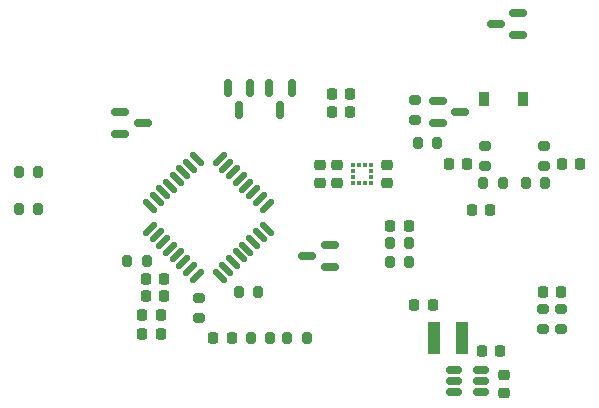
<source format=gbr>
%TF.GenerationSoftware,KiCad,Pcbnew,6.0.2-1.fc35*%
%TF.CreationDate,2022-04-20T21:26:53+02:00*%
%TF.ProjectId,LEDnode,4c45446e-6f64-4652-9e6b-696361645f70,rev?*%
%TF.SameCoordinates,Original*%
%TF.FileFunction,Paste,Bot*%
%TF.FilePolarity,Positive*%
%FSLAX46Y46*%
G04 Gerber Fmt 4.6, Leading zero omitted, Abs format (unit mm)*
G04 Created by KiCad (PCBNEW 6.0.2-1.fc35) date 2022-04-20 21:26:53*
%MOMM*%
%LPD*%
G01*
G04 APERTURE LIST*
G04 Aperture macros list*
%AMRoundRect*
0 Rectangle with rounded corners*
0 $1 Rounding radius*
0 $2 $3 $4 $5 $6 $7 $8 $9 X,Y pos of 4 corners*
0 Add a 4 corners polygon primitive as box body*
4,1,4,$2,$3,$4,$5,$6,$7,$8,$9,$2,$3,0*
0 Add four circle primitives for the rounded corners*
1,1,$1+$1,$2,$3*
1,1,$1+$1,$4,$5*
1,1,$1+$1,$6,$7*
1,1,$1+$1,$8,$9*
0 Add four rect primitives between the rounded corners*
20,1,$1+$1,$2,$3,$4,$5,0*
20,1,$1+$1,$4,$5,$6,$7,0*
20,1,$1+$1,$6,$7,$8,$9,0*
20,1,$1+$1,$8,$9,$2,$3,0*%
G04 Aperture macros list end*
%ADD10RoundRect,0.200000X0.275000X-0.200000X0.275000X0.200000X-0.275000X0.200000X-0.275000X-0.200000X0*%
%ADD11RoundRect,0.225000X0.225000X0.250000X-0.225000X0.250000X-0.225000X-0.250000X0.225000X-0.250000X0*%
%ADD12RoundRect,0.150000X0.587500X0.150000X-0.587500X0.150000X-0.587500X-0.150000X0.587500X-0.150000X0*%
%ADD13RoundRect,0.150000X-0.587500X-0.150000X0.587500X-0.150000X0.587500X0.150000X-0.587500X0.150000X0*%
%ADD14RoundRect,0.225000X-0.225000X-0.250000X0.225000X-0.250000X0.225000X0.250000X-0.225000X0.250000X0*%
%ADD15RoundRect,0.150000X-0.150000X0.587500X-0.150000X-0.587500X0.150000X-0.587500X0.150000X0.587500X0*%
%ADD16RoundRect,0.225000X0.250000X-0.225000X0.250000X0.225000X-0.250000X0.225000X-0.250000X-0.225000X0*%
%ADD17RoundRect,0.200000X-0.200000X-0.275000X0.200000X-0.275000X0.200000X0.275000X-0.200000X0.275000X0*%
%ADD18RoundRect,0.225000X-0.250000X0.225000X-0.250000X-0.225000X0.250000X-0.225000X0.250000X0.225000X0*%
%ADD19RoundRect,0.200000X0.200000X0.275000X-0.200000X0.275000X-0.200000X-0.275000X0.200000X-0.275000X0*%
%ADD20RoundRect,0.150000X0.512500X0.150000X-0.512500X0.150000X-0.512500X-0.150000X0.512500X-0.150000X0*%
%ADD21R,0.375000X0.350000*%
%ADD22R,0.350000X0.375000*%
%ADD23R,0.900000X1.200000*%
%ADD24R,1.000000X2.750000*%
%ADD25RoundRect,0.125000X-0.353553X-0.530330X0.530330X0.353553X0.353553X0.530330X-0.530330X-0.353553X0*%
%ADD26RoundRect,0.125000X0.353553X-0.530330X0.530330X-0.353553X-0.353553X0.530330X-0.530330X0.353553X0*%
G04 APERTURE END LIST*
D10*
%TO.C,R10*%
X125500000Y-82925000D03*
X125500000Y-81275000D03*
%TD*%
D11*
%TO.C,C7*%
X93375000Y-94000000D03*
X91825000Y-94000000D03*
%TD*%
%TO.C,C8*%
X93075000Y-97200000D03*
X91525000Y-97200000D03*
%TD*%
D12*
%TO.C,Q5*%
X123300000Y-70000000D03*
X123300000Y-71900000D03*
X121425000Y-70950000D03*
%TD*%
D11*
%TO.C,C6*%
X93375000Y-92500000D03*
X91825000Y-92500000D03*
%TD*%
D13*
%TO.C,Q1*%
X89662500Y-80250000D03*
X89662500Y-78350000D03*
X91537500Y-79300000D03*
%TD*%
D14*
%TO.C,C17*%
X127025000Y-82800000D03*
X128575000Y-82800000D03*
%TD*%
D15*
%TO.C,Q2*%
X98750000Y-76362500D03*
X100650000Y-76362500D03*
X99700000Y-78237500D03*
%TD*%
D11*
%TO.C,C15*%
X120975000Y-86700000D03*
X119425000Y-86700000D03*
%TD*%
D16*
%TO.C,C3*%
X122100000Y-102175000D03*
X122100000Y-100625000D03*
%TD*%
D17*
%TO.C,R17*%
X81075000Y-83500000D03*
X82725000Y-83500000D03*
%TD*%
D18*
%TO.C,C105*%
X108025000Y-82875000D03*
X108025000Y-84425000D03*
%TD*%
D10*
%TO.C,R11*%
X120500000Y-82925000D03*
X120500000Y-81275000D03*
%TD*%
D14*
%TO.C,C19*%
X112525000Y-88000000D03*
X114075000Y-88000000D03*
%TD*%
D19*
%TO.C,R1*%
X122050000Y-84400000D03*
X120400000Y-84400000D03*
%TD*%
D10*
%TO.C,R15*%
X127000000Y-96725000D03*
X127000000Y-95075000D03*
%TD*%
D12*
%TO.C,Q4*%
X107375000Y-89650000D03*
X107375000Y-91550000D03*
X105500000Y-90600000D03*
%TD*%
D18*
%TO.C,C13*%
X106525000Y-82875000D03*
X106525000Y-84425000D03*
%TD*%
D14*
%TO.C,C16*%
X117450000Y-82800000D03*
X119000000Y-82800000D03*
%TD*%
D19*
%TO.C,R6*%
X114125000Y-91100000D03*
X112475000Y-91100000D03*
%TD*%
D11*
%TO.C,C1*%
X116100000Y-94700000D03*
X114550000Y-94700000D03*
%TD*%
D20*
%TO.C,U4*%
X120175000Y-100200000D03*
X120175000Y-101150000D03*
X120175000Y-102100000D03*
X117900000Y-102100000D03*
X117900000Y-101150000D03*
X117900000Y-100200000D03*
%TD*%
D17*
%TO.C,R7*%
X123975000Y-84400000D03*
X125625000Y-84400000D03*
%TD*%
D11*
%TO.C,C9*%
X93075000Y-95600000D03*
X91525000Y-95600000D03*
%TD*%
%TO.C,C11*%
X109087011Y-76875000D03*
X107537011Y-76875000D03*
%TD*%
D17*
%TO.C,R16*%
X81075000Y-86600000D03*
X82725000Y-86600000D03*
%TD*%
D13*
%TO.C,Q6*%
X116525000Y-79350000D03*
X116525000Y-77450000D03*
X118400000Y-78400000D03*
%TD*%
D21*
%TO.C,U6*%
X110887500Y-82900000D03*
X110887500Y-83400000D03*
X110887500Y-83900000D03*
X110887500Y-84400000D03*
D22*
X110375000Y-84412500D03*
X109875000Y-84412500D03*
D21*
X109362500Y-84400000D03*
X109362500Y-83900000D03*
X109362500Y-83400000D03*
X109362500Y-82900000D03*
D22*
X109875000Y-82887500D03*
X110375000Y-82887500D03*
%TD*%
D11*
%TO.C,C20*%
X126975000Y-93600000D03*
X125425000Y-93600000D03*
%TD*%
D14*
%TO.C,C4*%
X120250000Y-98600000D03*
X121800000Y-98600000D03*
%TD*%
D11*
%TO.C,C18*%
X99075000Y-97500000D03*
X97525000Y-97500000D03*
%TD*%
D19*
%TO.C,R5*%
X101325000Y-93600000D03*
X99675000Y-93600000D03*
%TD*%
D23*
%TO.C,D1*%
X123750000Y-77300000D03*
X120450000Y-77300000D03*
%TD*%
D10*
%TO.C,R3*%
X96300000Y-95825000D03*
X96300000Y-94175000D03*
%TD*%
D11*
%TO.C,C10*%
X109087011Y-78375000D03*
X107537011Y-78375000D03*
%TD*%
D10*
%TO.C,R14*%
X125400000Y-96725000D03*
X125400000Y-95075000D03*
%TD*%
D15*
%TO.C,Q3*%
X102250000Y-76362500D03*
X104150000Y-76362500D03*
X103200000Y-78237500D03*
%TD*%
D16*
%TO.C,C12*%
X112225000Y-84425000D03*
X112225000Y-82875000D03*
%TD*%
D17*
%TO.C,R4*%
X90250000Y-91000000D03*
X91900000Y-91000000D03*
%TD*%
D19*
%TO.C,R12*%
X114125000Y-89500000D03*
X112475000Y-89500000D03*
%TD*%
D10*
%TO.C,R13*%
X114600000Y-79025000D03*
X114600000Y-77375000D03*
%TD*%
D19*
%TO.C,R9*%
X105425000Y-97500000D03*
X103775000Y-97500000D03*
%TD*%
D17*
%TO.C,R2*%
X100700000Y-97500000D03*
X102350000Y-97500000D03*
%TD*%
D24*
%TO.C,L1*%
X116250000Y-97500000D03*
X118550000Y-97500000D03*
%TD*%
D25*
%TO.C,U1*%
X96127728Y-92232070D03*
X95562043Y-91666384D03*
X94996357Y-91100699D03*
X94430672Y-90535014D03*
X93864986Y-89969328D03*
X93299301Y-89403643D03*
X92733616Y-88837957D03*
X92167930Y-88272272D03*
D26*
X92167930Y-86327728D03*
X92733616Y-85762043D03*
X93299301Y-85196357D03*
X93864986Y-84630672D03*
X94430672Y-84064986D03*
X94996357Y-83499301D03*
X95562043Y-82933616D03*
X96127728Y-82367930D03*
D25*
X98072272Y-82367930D03*
X98637957Y-82933616D03*
X99203643Y-83499301D03*
X99769328Y-84064986D03*
X100335014Y-84630672D03*
X100900699Y-85196357D03*
X101466384Y-85762043D03*
X102032070Y-86327728D03*
D26*
X102032070Y-88272272D03*
X101466384Y-88837957D03*
X100900699Y-89403643D03*
X100335014Y-89969328D03*
X99769328Y-90535014D03*
X99203643Y-91100699D03*
X98637957Y-91666384D03*
X98072272Y-92232070D03*
%TD*%
D17*
%TO.C,R8*%
X114850000Y-81000000D03*
X116500000Y-81000000D03*
%TD*%
M02*

</source>
